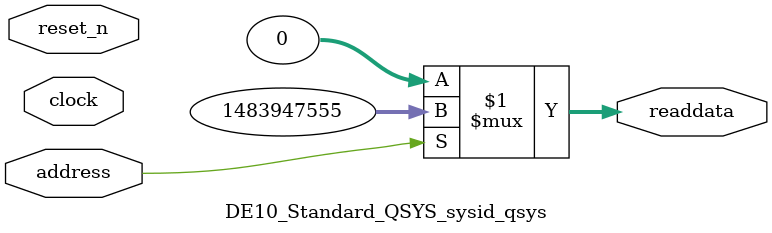
<source format=v>



// synthesis translate_off
`timescale 1ns / 1ps
// synthesis translate_on

// turn off superfluous verilog processor warnings 
// altera message_level Level1 
// altera message_off 10034 10035 10036 10037 10230 10240 10030 

module DE10_Standard_QSYS_sysid_qsys (
               // inputs:
                address,
                clock,
                reset_n,

               // outputs:
                readdata
             )
;

  output  [ 31: 0] readdata;
  input            address;
  input            clock;
  input            reset_n;

  wire    [ 31: 0] readdata;
  //control_slave, which is an e_avalon_slave
  assign readdata = address ? 1483947555 : 0;

endmodule



</source>
